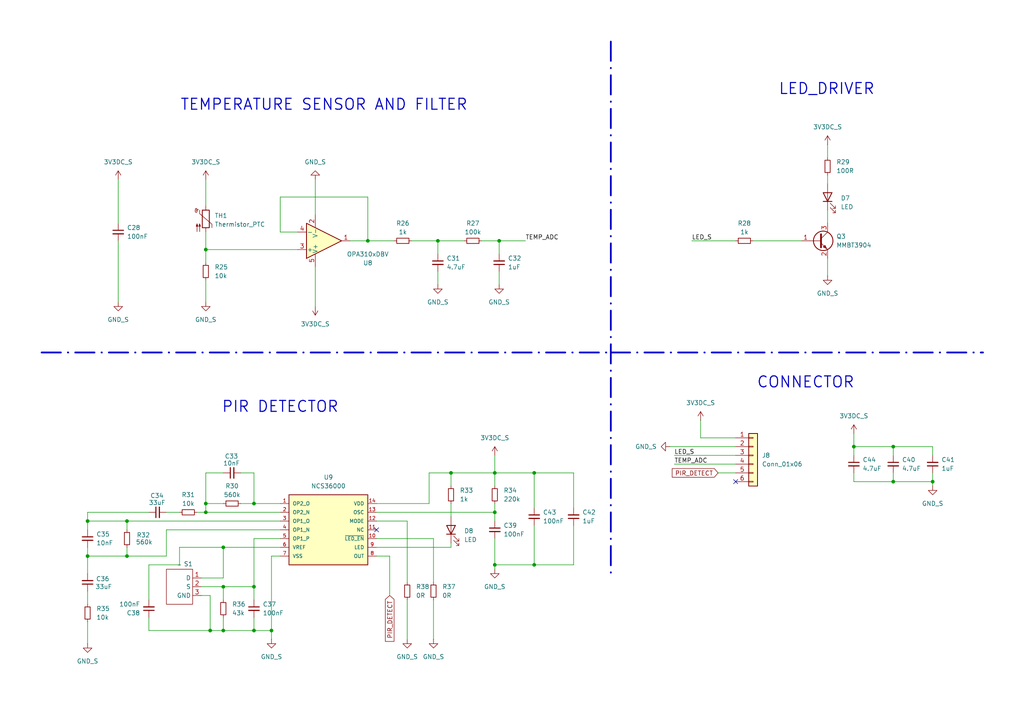
<source format=kicad_sch>
(kicad_sch (version 20250114) (generator "eeschema") (generator_version "9.0")
  (paper "A4")
  (title_block (title "Sensor Board") (date "2025-03-26") (comment 3 "Yusuf Karabocek") (comment 4 "Designed by"))
  (lib_symbols
    (symbol "Amplifier_Operational:OPA310xDBV" (pin_names (offset 0.127))
      (property "Reference" "U" (at 0 5.08 0))
      (property "Value" "OPA310xDBV" (at 0 -5.08 0))
      (symbol "OPA310xDBV_0_1"
        (polyline (pts (xy -5.08 5.08) (xy 5.08 0) (xy -5.08 -5.08) (xy -5.08 5.08)) (stroke (width 0.254)) (fill (type background)))
        (pin power_in line (at -2.54 7.62 270) (length 3.81) (name "V+") (number "5"))
        (pin power_in line (at -2.54 -7.62 90) (length 3.81) (name "V-") (number "2"))
      )
      (symbol "OPA310xDBV_1_1"
        (pin input line (at -7.62 2.54 0) (length 2.54) (name "+") (number "3"))
        (pin input line (at -7.62 -2.54 0) (length 2.54) (name "-") (number "4"))
        (pin output line (at 7.62 0 180) (length 2.54) (name "~") (number "1"))
      )
    )
    (symbol "Connector_Generic:Conn_01x06" (pin_names (offset 1.016) (hide yes))
      (property "Reference" "J" (at 0 7.62 0))
      (property "Value" "Conn_01x06" (at 0 -10.16 0))
      (symbol "Conn_01x06_1_1"
        (rectangle (start -1.27 6.35) (end 1.27 -8.89) (stroke (width 0.254)) (fill (type background)))
        (rectangle (start -1.27 5.207) (end 0 4.953) (stroke (width 0.1524)))
        (rectangle (start -1.27 2.667) (end 0 2.413) (stroke (width 0.1524)))
        (rectangle (start -1.27 0.127) (end 0 -0.127) (stroke (width 0.1524)))
        (rectangle (start -1.27 -2.413) (end 0 -2.667) (stroke (width 0.1524)))
        (rectangle (start -1.27 -4.953) (end 0 -5.207) (stroke (width 0.1524)))
        (rectangle (start -1.27 -7.493) (end 0 -7.747) (stroke (width 0.1524)))
        (pin passive line (at -5.08 5.08 0) (length 3.81) (name "Pin_1") (number "1"))
        (pin passive line (at -5.08 2.54 0) (length 3.81) (name "Pin_2") (number "2"))
        (pin passive line (at -5.08 0 0) (length 3.81) (name "Pin_3") (number "3"))
        (pin passive line (at -5.08 -2.54 0) (length 3.81) (name "Pin_4") (number "4"))
        (pin passive line (at -5.08 -5.08 0) (length 3.81) (name "Pin_5") (number "5"))
        (pin passive line (at -5.08 -7.62 0) (length 3.81) (name "Pin_6") (number "6"))
      )
    )
    (symbol "Device:C_Small" (pin_numbers (hide yes)) (pin_names (offset 0.254) (hide yes))
      (property "Reference" "C" (at 0.254 1.778 0))
      (property "Value" "C_Small" (at 0.254 -2.032 0))
      (symbol "C_Small_0_1"
        (polyline (pts (xy -1.524 0.508) (xy 1.524 0.508)) (stroke (width 0.3048)))
        (polyline (pts (xy -1.524 -0.508) (xy 1.524 -0.508)) (stroke (width 0.3302)))
      )
      (symbol "C_Small_1_1"
        (pin passive line (at 0 2.54 270) (length 2.032) (name "~") (number "1"))
        (pin passive line (at 0 -2.54 90) (length 2.032) (name "~") (number "2"))
      )
    )
    (symbol "Device:LED" (pin_numbers (hide yes)) (pin_names (offset 1.016) (hide yes))
      (property "Reference" "D" (at 0 2.54 0))
      (property "Value" "LED" (at 0 -2.54 0))
      (symbol "LED_0_1"
        (polyline (pts (xy -3.048 -0.762) (xy -4.572 -2.286) (xy -3.81 -2.286) (xy -4.572 -2.286) (xy -4.572 -1.524)))
        (polyline (pts (xy -1.778 -0.762) (xy -3.302 -2.286) (xy -2.54 -2.286) (xy -3.302 -2.286) (xy -3.302 -1.524)))
        (polyline (pts (xy -1.27 0) (xy 1.27 0)))
        (polyline (pts (xy -1.27 -1.27) (xy -1.27 1.27)) (stroke (width 0.254)))
        (polyline (pts (xy 1.27 -1.27) (xy 1.27 1.27) (xy -1.27 0) (xy 1.27 -1.27)) (stroke (width 0.254)))
      )
      (symbol "LED_1_1"
        (pin passive line (at -3.81 0 0) (length 2.54) (name "K") (number "1"))
        (pin passive line (at 3.81 0 180) (length 2.54) (name "A") (number "2"))
      )
    )
    (symbol "Device:R_Small" (pin_numbers (hide yes)) (pin_names (offset 0.254) (hide yes))
      (property "Reference" "R" (at 0.762 0.508 0))
      (property "Value" "R_Small" (at 0.762 -1.016 0))
      (symbol "R_Small_0_1"
        (rectangle (start -0.762 1.778) (end 0.762 -1.778) (stroke (width 0.2032)))
      )
      (symbol "R_Small_1_1"
        (pin passive line (at 0 2.54 270) (length 0.762) (name "~") (number "1"))
        (pin passive line (at 0 -2.54 90) (length 0.762) (name "~") (number "2"))
      )
    )
    (symbol "Device:Thermistor_PTC" (pin_numbers (hide yes)) (pin_names (offset 0))
      (property "Reference" "TH" (at -4.064 0 90))
      (property "Value" "Thermistor_PTC" (at 3.048 0 90))
      (symbol "Thermistor_PTC_0_1"
        (arc (start -3.175 2.413) (mid -3.0506 2.3165) (end -3.048 2.159))
        (arc (start -3.048 2.794) (mid -2.9736 2.9736) (end -2.794 3.048))
        (arc (start -2.794 3.048) (mid -2.6144 2.9736) (end -2.54 2.794))
        (arc (start -2.794 2.54) (mid -2.9736 2.6144) (end -3.048 2.794))
        (arc (start -2.794 1.905) (mid -2.9736 1.9794) (end -3.048 2.159))
        (arc (start -2.54 2.159) (mid -2.6144 1.9794) (end -2.794 1.905))
        (arc (start -2.159 2.794) (mid -2.434 2.5608) (end -2.794 2.54))
        (polyline (pts (xy -2.54 2.159) (xy -2.54 2.794)))
        (polyline (pts (xy -2.54 -3.683) (xy -2.54 -1.397) (xy -2.794 -2.159) (xy -2.286 -2.159) (xy -2.54 -1.397) (xy -2.54 -1.651)) (fill (type outline)))
        (polyline (pts (xy -1.778 2.54) (xy -1.778 1.524) (xy 1.778 -1.524) (xy 1.778 -2.54)))
        (polyline (pts (xy -1.778 -3.683) (xy -1.778 -1.397) (xy -2.032 -2.159) (xy -1.524 -2.159) (xy -1.778 -1.397) (xy -1.778 -1.651)) (fill (type outline)))
        (rectangle (start -1.016 2.54) (end 1.016 -2.54) (stroke (width 0.254)))
      )
      (symbol "Thermistor_PTC_1_1"
        (pin passive line (at 0 3.81 270) (length 1.27) (name "~") (number "1"))
        (pin passive line (at 0 -3.81 90) (length 1.27) (name "~") (number "2"))
      )
    )
    (symbol "My_Library:LHI_878/3902"
      (property "Reference" "S?" (at 1.016 1.27 0))
      (symbol "LHI_878/3902_0_1"
        (rectangle (start 0 0) (end 7.62 -10.16))
      )
      (symbol "LHI_878/3902_1_1"
        (pin passive line (at 10.16 -2.54 180) (length 2.54) (name "D") (number "1"))
        (pin passive line (at 10.16 -5.08 180) (length 2.54) (name "S") (number "2"))
        (pin passive line (at 10.16 -7.62 180) (length 2.54) (name "GND") (number "3"))
      )
    )
    (symbol "NCS36000:NCS36000" (pin_names (offset 1.016))
      (property "Reference" "U" (at -12.7 10.414 0))
      (property "Value" "NCS36000" (at -12.7 -10.414 0))
      (symbol "NCS36000_0_0"
        (rectangle (start -12.7 -10.16) (end 10.16 10.16) (stroke (width 0.254)) (fill (type background)))
        (pin bidirectional line (at -15.24 7.62 0) (length 2.54) (name "OP2_O") (number "1"))
        (pin bidirectional line (at -15.24 5.08 0) (length 2.54) (name "OP2_N") (number "2"))
        (pin bidirectional line (at -15.24 2.54 0) (length 2.54) (name "OP1_O") (number "3"))
        (pin bidirectional line (at -15.24 0 0) (length 2.54) (name "OP1_N") (number "4"))
        (pin bidirectional line (at -15.24 -2.54 0) (length 2.54) (name "OP1_P") (number "5"))
        (pin bidirectional line (at -15.24 -5.08 0) (length 2.54) (name "VREF") (number "6"))
        (pin bidirectional line (at -15.24 -7.62 0) (length 2.54) (name "VSS") (number "7"))
        (pin bidirectional line (at 12.7 7.62 180) (length 2.54) (name "VDD") (number "14"))
        (pin bidirectional line (at 12.7 5.08 180) (length 2.54) (name "OSC") (number "13"))
        (pin bidirectional line (at 12.7 2.54 180) (length 2.54) (name "MODE") (number "12"))
        (pin bidirectional line (at 12.7 0 180) (length 2.54) (name "NC") (number "11"))
        (pin bidirectional line (at 12.7 -2.54 180) (length 2.54) (name "~{LED_EN}") (number "10"))
        (pin bidirectional line (at 12.7 -5.08 180) (length 2.54) (name "LED") (number "9"))
        (pin bidirectional line (at 12.7 -7.62 180) (length 2.54) (name "OUT") (number "8"))
      )
    )
    (symbol "Transistor_BJT:MMBT3904" (pin_names (offset 0) (hide yes))
      (property "Reference" "Q" (at 5.08 1.905 0))
      (property "Value" "MMBT3904" (at 5.08 0 0))
      (symbol "MMBT3904_0_1"
        (polyline (pts (xy -2.54 0) (xy 0.635 0)))
        (polyline (pts (xy 0.635 1.905) (xy 0.635 -1.905)) (stroke (width 0.508)))
        (circle (center 1.27 0) (radius 2.8194) (stroke (width 0.254)))
      )
      (symbol "MMBT3904_1_1"
        (polyline (pts (xy 0.635 0.635) (xy 2.54 2.54)))
        (polyline (pts (xy 0.635 -0.635) (xy 2.54 -2.54)))
        (polyline (pts (xy 1.27 -1.778) (xy 1.778 -1.27) (xy 2.286 -2.286) (xy 1.27 -1.778)) (fill (type outline)))
        (pin input line (at -5.08 0 0) (length 2.54) (name "B") (number "1"))
        (pin passive line (at 2.54 5.08 270) (length 2.54) (name "C") (number "3"))
        (pin passive line (at 2.54 -5.08 90) (length 2.54) (name "E") (number "2"))
      )
    )
    (symbol "power:GND" (power) (pin_numbers (hide yes)) (pin_names (offset 0) (hide yes))
      (property "Value" "GND" (at 0 -3.81 0))
      (symbol "GND_0_1"
        (polyline (pts (xy 0 0) (xy 0 -1.27) (xy 1.27 -1.27) (xy 0 -2.54) (xy -1.27 -1.27) (xy 0 -1.27)))
      )
      (symbol "GND_1_1"
        (pin power_in line (at 0 0 270) (length 0) (name "~") (number "1"))
      )
    )
    (symbol "power:VCC" (power) (pin_numbers (hide yes)) (pin_names (offset 0) (hide yes))
      (property "Value" "VCC" (at 0 3.556 0))
      (symbol "VCC_0_1"
        (polyline (pts (xy -0.762 1.27) (xy 0 2.54)))
        (polyline (pts (xy 0 2.54) (xy 0.762 1.27)))
        (polyline (pts (xy 0 0) (xy 0 2.54)))
      )
      (symbol "VCC_1_1"
        (pin power_in line (at 0 0 90) (length 0) (name "~") (number "1"))
      )
    )
  )
  (text "CONNECTOR" (at 233.68 110.998 0) (effects (font (size 3.175 3.175) (thickness 0.3175))))
  (text "TEMPERATURE SENSOR AND FILTER\n" (at 93.98 30.48 0) (effects (font (size 3.175 3.175) (thickness 0.3175))))
  (text "LED_DRIVER\n" (at 239.776 25.908 0) (effects (font (size 3.175 3.175) (thickness 0.3175))))
  (text "PIR DETECTOR" (at 81.28 118.11 0) (effects (font (size 3.175 3.175) (thickness 0.3175))))
  (junction (at 73.66 146.05))
  (junction (at 73.66 182.88))
  (junction (at 143.51 137.16))
  (junction (at 36.83 151.13))
  (junction (at 73.66 170.18))
  (junction (at 64.77 170.18))
  (junction (at 259.08 129.54))
  (junction (at 106.68 69.85))
  (junction (at 270.51 139.7))
  (junction (at 144.78 69.85))
  (junction (at 259.08 139.7))
  (junction (at 59.69 72.39))
  (junction (at 143.51 163.83))
  (junction (at 154.94 137.16))
  (junction (at 60.96 182.88))
  (junction (at 64.77 182.88))
  (junction (at 59.69 146.05))
  (junction (at 64.77 158.75))
  (junction (at 143.51 148.59))
  (junction (at 127 69.85))
  (junction (at 154.94 163.83))
  (junction (at 36.83 161.29))
  (junction (at 78.74 182.88))
  (junction (at 59.69 148.59))
  (junction (at 247.65 129.54))
  (junction (at 25.4 151.13))
  (junction (at 130.81 137.16))
  (junction (at 25.4 161.29))
  (no_connect (at 213.36 139.7))
  (no_connect (at 109.22 153.67))
  (wire (pts (xy 106.68 57.15) (xy 106.68 69.85)))
  (wire (pts (xy 81.28 158.75) (xy 64.77 158.75)))
  (polyline (pts (xy 177.165 12.065) (xy 177.165 166.37)) (stroke (width 0.508) (type dash_dot)))
  (wire (pts (xy 59.69 52.07) (xy 59.69 59.69)))
  (wire (pts (xy 143.51 148.59) (xy 143.51 151.13)))
  (wire (pts (xy 64.77 158.75) (xy 52.07 158.75)))
  (wire (pts (xy 25.4 180.34) (xy 25.4 186.69)))
  (wire (pts (xy 154.94 137.16) (xy 143.51 137.16)))
  (wire (pts (xy 124.46 137.16) (xy 130.81 137.16)))
  (wire (pts (xy 43.18 163.83) (xy 43.18 173.99)))
  (wire (pts (xy 270.51 139.7) (xy 270.51 137.16)))
  (wire (pts (xy 143.51 137.16) (xy 143.51 140.97)))
  (wire (pts (xy 200.66 69.85) (xy 213.36 69.85)))
  (wire (pts (xy 81.28 57.15) (xy 106.68 57.15)))
  (wire (pts (xy 247.65 129.54) (xy 247.65 132.08)))
  (wire (pts (xy 119.38 69.85) (xy 127 69.85)))
  (wire (pts (xy 59.69 72.39) (xy 59.69 76.2)))
  (wire (pts (xy 114.3 69.85) (xy 106.68 69.85)))
  (wire (pts (xy 109.22 161.29) (xy 113.03 161.29)))
  (wire (pts (xy 25.4 166.37) (xy 25.4 161.29)))
  (wire (pts (xy 25.4 158.75) (xy 25.4 161.29)))
  (wire (pts (xy 43.18 179.07) (xy 43.18 182.88)))
  (wire (pts (xy 143.51 163.83) (xy 143.51 165.1)))
  (wire (pts (xy 154.94 152.4) (xy 154.94 163.83)))
  (wire (pts (xy 25.4 161.29) (xy 36.83 161.29)))
  (wire (pts (xy 58.42 167.64) (xy 64.77 167.64)))
  (wire (pts (xy 64.77 182.88) (xy 73.66 182.88)))
  (wire (pts (xy 130.81 146.05) (xy 130.81 149.86)))
  (wire (pts (xy 247.65 137.16) (xy 247.65 139.7)))
  (wire (pts (xy 203.2 127) (xy 213.36 127)))
  (wire (pts (xy 127 78.74) (xy 127 82.55)))
  (wire (pts (xy 240.03 41.91) (xy 240.03 45.72)))
  (wire (pts (xy 81.28 153.67) (xy 48.26 153.67)))
  (wire (pts (xy 270.51 129.54) (xy 259.08 129.54)))
  (wire (pts (xy 59.69 148.59) (xy 81.28 148.59)))
  (wire (pts (xy 73.66 182.88) (xy 78.74 182.88)))
  (wire (pts (xy 113.03 161.29) (xy 113.03 172.72)))
  (wire (pts (xy 69.85 146.05) (xy 73.66 146.05)))
  (wire (pts (xy 166.37 137.16) (xy 154.94 137.16)))
  (wire (pts (xy 144.78 69.85) (xy 144.78 73.66)))
  (wire (pts (xy 144.78 78.74) (xy 144.78 82.55)))
  (wire (pts (xy 109.22 146.05) (xy 124.46 146.05)))
  (wire (pts (xy 48.26 148.59) (xy 52.07 148.59)))
  (wire (pts (xy 25.4 151.13) (xy 25.4 153.67)))
  (wire (pts (xy 109.22 158.75) (xy 130.81 158.75)))
  (wire (pts (xy 203.2 121.92) (xy 203.2 127)))
  (wire (pts (xy 64.77 179.07) (xy 64.77 182.88)))
  (wire (pts (xy 139.7 69.85) (xy 144.78 69.85)))
  (wire (pts (xy 270.51 140.97) (xy 270.51 139.7)))
  (wire (pts (xy 247.65 139.7) (xy 259.08 139.7)))
  (wire (pts (xy 125.73 173.99) (xy 125.73 185.42)))
  (wire (pts (xy 34.29 87.63) (xy 34.29 69.85)))
  (wire (pts (xy 81.28 151.13) (xy 36.83 151.13)))
  (wire (pts (xy 270.51 132.08) (xy 270.51 129.54)))
  (wire (pts (xy 143.51 148.59) (xy 143.51 146.05)))
  (wire (pts (xy 91.44 52.07) (xy 91.44 62.23)))
  (wire (pts (xy 130.81 158.75) (xy 130.81 157.48)))
  (wire (pts (xy 43.18 182.88) (xy 60.96 182.88)))
  (wire (pts (xy 109.22 151.13) (xy 118.11 151.13)))
  (wire (pts (xy 91.44 88.9) (xy 91.44 77.47)))
  (wire (pts (xy 127 69.85) (xy 134.62 69.85)))
  (wire (pts (xy 143.51 132.08) (xy 143.51 137.16)))
  (wire (pts (xy 81.28 156.21) (xy 73.66 156.21)))
  (wire (pts (xy 59.69 146.05) (xy 59.69 148.59)))
  (wire (pts (xy 259.08 132.08) (xy 259.08 129.54)))
  (wire (pts (xy 130.81 137.16) (xy 143.51 137.16)))
  (wire (pts (xy 195.58 134.62) (xy 213.36 134.62)))
  (wire (pts (xy 34.29 64.77) (xy 34.29 52.07)))
  (wire (pts (xy 154.94 147.32) (xy 154.94 137.16)))
  (wire (pts (xy 143.51 148.59) (xy 109.22 148.59)))
  (wire (pts (xy 240.03 60.96) (xy 240.03 64.77)))
  (wire (pts (xy 166.37 147.32) (xy 166.37 137.16)))
  (wire (pts (xy 25.4 148.59) (xy 25.4 151.13)))
  (wire (pts (xy 52.07 158.75) (xy 52.07 163.83)))
  (wire (pts (xy 36.83 161.29) (xy 36.83 158.75)))
  (wire (pts (xy 73.66 137.16) (xy 73.66 146.05)))
  (wire (pts (xy 208.28 137.16) (xy 213.36 137.16)))
  (wire (pts (xy 240.03 50.8) (xy 240.03 53.34)))
  (wire (pts (xy 59.69 87.63) (xy 59.69 81.28)))
  (wire (pts (xy 58.42 170.18) (xy 64.77 170.18)))
  (wire (pts (xy 125.73 156.21) (xy 125.73 168.91)))
  (wire (pts (xy 195.58 132.08) (xy 213.36 132.08)))
  (polyline (pts (xy 12.065 102.235) (xy 177.165 102.235)) (stroke (width 0.508) (type dash_dot)))
  (polyline (pts (xy 177.165 102.235) (xy 285.115 102.235)) (stroke (width 0.508) (type dash_dot)))
  (wire (pts (xy 48.26 153.67) (xy 48.26 161.29)))
  (wire (pts (xy 154.94 163.83) (xy 143.51 163.83)))
  (wire (pts (xy 69.85 137.16) (xy 73.66 137.16)))
  (wire (pts (xy 43.18 148.59) (xy 25.4 148.59)))
  (wire (pts (xy 73.66 170.18) (xy 73.66 173.99)))
  (wire (pts (xy 59.69 146.05) (xy 59.69 137.16)))
  (wire (pts (xy 25.4 151.13) (xy 36.83 151.13)))
  (wire (pts (xy 127 69.85) (xy 127 73.66)))
  (wire (pts (xy 143.51 156.21) (xy 143.51 163.83)))
  (wire (pts (xy 86.36 67.31) (xy 81.28 67.31)))
  (wire (pts (xy 73.66 146.05) (xy 81.28 146.05)))
  (wire (pts (xy 118.11 185.42) (xy 118.11 173.99)))
  (wire (pts (xy 259.08 139.7) (xy 270.51 139.7)))
  (wire (pts (xy 52.07 163.83) (xy 43.18 163.83)))
  (wire (pts (xy 57.15 148.59) (xy 59.69 148.59)))
  (wire (pts (xy 194.31 129.54) (xy 213.36 129.54)))
  (wire (pts (xy 106.68 69.85) (xy 101.6 69.85)))
  (wire (pts (xy 59.69 67.31) (xy 59.69 72.39)))
  (wire (pts (xy 130.81 140.97) (xy 130.81 137.16)))
  (wire (pts (xy 81.28 161.29) (xy 78.74 161.29)))
  (wire (pts (xy 64.77 167.64) (xy 64.77 158.75)))
  (wire (pts (xy 36.83 151.13) (xy 36.83 153.67)))
  (wire (pts (xy 64.77 146.05) (xy 59.69 146.05)))
  (wire (pts (xy 118.11 151.13) (xy 118.11 168.91)))
  (wire (pts (xy 247.65 125.73) (xy 247.65 129.54)))
  (wire (pts (xy 144.78 69.85) (xy 152.4 69.85)))
  (wire (pts (xy 48.26 161.29) (xy 36.83 161.29)))
  (wire (pts (xy 81.28 67.31) (xy 81.28 57.15)))
  (wire (pts (xy 25.4 175.26) (xy 25.4 171.45)))
  (wire (pts (xy 78.74 182.88) (xy 78.74 185.42)))
  (wire (pts (xy 58.42 172.72) (xy 60.96 172.72)))
  (wire (pts (xy 166.37 152.4) (xy 166.37 163.83)))
  (wire (pts (xy 64.77 170.18) (xy 73.66 170.18)))
  (wire (pts (xy 218.44 69.85) (xy 232.41 69.85)))
  (wire (pts (xy 59.69 137.16) (xy 64.77 137.16)))
  (wire (pts (xy 60.96 172.72) (xy 60.96 182.88)))
  (wire (pts (xy 109.22 156.21) (xy 125.73 156.21)))
  (wire (pts (xy 78.74 161.29) (xy 78.74 182.88)))
  (wire (pts (xy 73.66 179.07) (xy 73.66 182.88)))
  (wire (pts (xy 166.37 163.83) (xy 154.94 163.83)))
  (wire (pts (xy 60.96 182.88) (xy 64.77 182.88)))
  (wire (pts (xy 259.08 129.54) (xy 247.65 129.54)))
  (wire (pts (xy 124.46 146.05) (xy 124.46 137.16)))
  (wire (pts (xy 64.77 173.99) (xy 64.77 170.18)))
  (wire (pts (xy 240.03 80.01) (xy 240.03 74.93)))
  (wire (pts (xy 259.08 137.16) (xy 259.08 139.7)))
  (wire (pts (xy 59.69 72.39) (xy 86.36 72.39)))
  (wire (pts (xy 73.66 156.21) (xy 73.66 170.18)))
  (label "LED_S" (at 200.66 69.85 0))
  (label "TEMP_ADC" (at 195.58 134.62 0))
  (label "TEMP_ADC" (at 152.4 69.85 0))
  (label "LED_S" (at 195.58 132.08 0))
  (global_label "PIR_DETECT" (shape input) (at 113.03 172.72 270) (property "Intersheetrefs" "${INTERSHEET_REFS}" (effects (hide yes))))
  (global_label "PIR_DETECT" (shape input) (at 208.28 137.16 180) (property "Intersheetrefs" "${INTERSHEET_REFS}" (effects (hide yes))))
  (symbol (lib_id "Device:C_Small") (at 247.65 134.62 0) (unit 1)
    (property "Reference" "C44" (at 250.19 133.3562 0) (effects (justify left)))
    (property "Value" "4.7uF" (at 250.19 135.8962 0) (effects (justify left)))
    (property "Footprint" "Capacitor_SMD:C_0805_2012Metric" (effects (hide yes)))
    (property "Description" "Unpolarized capacitor, small symbol" (effects (hide yes)))
  )
  (symbol (lib_id "Device:R_Small") (at 64.77 176.53 180) (unit 1)
    (property "Reference" "R36" (at 67.31 175.2599 0) (effects (justify right)))
    (property "Value" "43k" (at 67.31 177.7999 0) (effects (justify right)))
    (property "Footprint" "Resistor_SMD:R_0603_1608Metric" (effects (hide yes)))
    (property "Description" "Resistor, small symbol" (effects (hide yes)))
  )
  (symbol (lib_id "Device:R_Small") (at 240.03 48.26 180) (unit 1)
    (property "Reference" "R29" (at 242.57 46.9899 0) (effects (justify right)))
    (property "Value" "100R" (at 242.57 49.5299 0) (effects (justify right)))
    (property "Footprint" "Resistor_SMD:R_0603_1608Metric" (effects (hide yes)))
    (property "Description" "Resistor, small symbol" (effects (hide yes)))
  )
  (symbol (lib_id "power:GND") (at 270.51 140.97 0) (unit 1)
    (property "Reference" "#PWR075" (effects (hide yes)))
    (property "Value" "GND_S" (at 270.51 146.05 0))
    (property "Description" "Power symbol creates a global label with name \"GND\" , ground" (effects (hide yes)))
  )
  (symbol (lib_id "Device:C_Small") (at 34.29 67.31 0) (unit 1)
    (property "Reference" "C28" (at 36.83 66.0462 0) (effects (justify left)))
    (property "Value" "100nF" (at 36.83 68.5862 0) (effects (justify left)))
    (property "Footprint" "Capacitor_SMD:C_0603_1608Metric" (effects (hide yes)))
    (property "Description" "Unpolarized capacitor, small symbol" (effects (hide yes)))
  )
  (symbol (lib_id "Device:C_Small") (at 43.18 176.53 180) (unit 1)
    (property "Reference" "C38" (at 40.64 177.7938 0) (effects (justify left)))
    (property "Value" "100nF" (at 40.64 175.2538 0) (effects (justify left)))
    (property "Footprint" "Capacitor_SMD:C_0603_1608Metric" (effects (hide yes)))
    (property "Description" "Unpolarized capacitor, small symbol" (effects (hide yes)))
  )
  (symbol (lib_id "power:GND") (at 78.74 185.42 0) (unit 1)
    (property "Reference" "#PWR068" (effects (hide yes)))
    (property "Value" "GND_S" (at 78.74 190.5 0))
    (property "Description" "Power symbol creates a global label with name \"GND\" , ground" (effects (hide yes)))
  )
  (symbol (lib_id "power:VCC") (at 203.2 121.92 0) (unit 1)
    (property "Reference" "#PWR067" (effects (hide yes)))
    (property "Value" "3V3DC_S" (at 203.2 116.84 0))
    (property "Description" "Power symbol creates a global label with name \"VCC\"" (effects (hide yes)))
  )
  (symbol (lib_id "Device:R_Small") (at 25.4 177.8 0) (unit 1)
    (property "Reference" "R35" (at 27.94 176.5299 0) (effects (justify left)))
    (property "Value" "10k" (at 27.94 179.0699 0) (effects (justify left)))
    (property "Footprint" "Resistor_SMD:R_0603_1608Metric" (effects (hide yes)))
    (property "Description" "Resistor, small symbol" (effects (hide yes)))
  )
  (symbol (lib_id "power:VCC") (at 240.03 41.91 0) (unit 1)
    (property "Reference" "#PWR065" (effects (hide yes)))
    (property "Value" "3V3DC_S" (at 240.03 36.83 0))
    (property "Description" "Power symbol creates a global label with name \"VCC\"" (effects (hide yes)))
  )
  (symbol (lib_id "Device:R_Small") (at 54.61 148.59 270) (unit 1)
    (property "Reference" "R31" (at 54.61 143.51 90))
    (property "Value" "10k" (at 54.61 146.05 90))
    (property "Footprint" "Resistor_SMD:R_0603_1608Metric" (effects (hide yes)))
    (property "Description" "Resistor, small symbol" (effects (hide yes)))
  )
  (symbol (lib_id "power:VCC") (at 247.65 125.73 0) (unit 1)
    (property "Reference" "#PWR074" (effects (hide yes)))
    (property "Value" "3V3DC_S" (at 247.65 120.65 0))
    (property "Description" "Power symbol creates a global label with name \"VCC\"" (effects (hide yes)))
  )
  (symbol (lib_id "Device:C_Small") (at 67.31 137.16 90) (unit 1)
    (property "Reference" "C33" (at 69.088 132.334 90) (effects (justify left)))
    (property "Value" "10nF" (at 69.596 134.366 90) (effects (justify left)))
    (property "Footprint" "Capacitor_SMD:C_0603_1608Metric" (effects (hide yes)))
    (property "Description" "Unpolarized capacitor, small symbol" (effects (hide yes)))
  )
  (symbol (lib_id "NCS36000:NCS36000") (at 96.52 153.67 0) (unit 1)
    (property "Reference" "U9" (at 95.25 138.43 0))
    (property "Value" "NCS36000" (at 95.25 140.97 0))
    (property "Footprint" "NCS36000:SO14" (effects (hide yes)))
    (property "MF" "ON Semiconductor" (effects (hide yes)))
    (property "Description_1" "IC PIR DETECTOR CTLR 14SOIC" (effects (hide yes)))
    (property "Package" "SOIC-14 ON Semiconductor" (effects (hide yes)))
    (property "Price" "None" (effects (hide yes)))
    (property "PROD_ID" "IC-13432" (effects (hide yes)))
    (property "SnapEDA_Link" "https://www.snapeda.com/parts/NCS36000/Onsemi/view-part/?ref=snap" (effects (hide yes)))
    (property "MP" "NCS36000" (effects (hide yes)))
    (property "Availability" "Not in stock" (effects (hide yes)))
    (property "Check_prices" "https://www.snapeda.com/parts/NCS36000/Onsemi/view-part/?ref=eda" (effects (hide yes)))
  )
  (symbol (lib_id "Device:C_Small") (at 270.51 134.62 180) (unit 1)
    (property "Reference" "C41" (at 273.05 133.3435 0) (effects (justify right)))
    (property "Value" "1uF" (at 273.05 135.8835 0) (effects (justify right)))
    (property "Footprint" "Capacitor_SMD:C_0805_2012Metric" (effects (hide yes)))
    (property "Description" "Unpolarized capacitor, small symbol" (effects (hide yes)))
  )
  (symbol (lib_id "Device:R_Small") (at 67.31 146.05 270) (unit 1)
    (property "Reference" "R30" (at 67.31 140.97 90))
    (property "Value" "560k" (at 67.31 143.51 90))
    (property "Footprint" "Resistor_SMD:R_0603_1608Metric" (effects (hide yes)))
    (property "Description" "Resistor, small symbol" (effects (hide yes)))
  )
  (symbol (lib_id "Transistor_BJT:MMBT3904") (at 237.49 69.85 0) (unit 1)
    (property "Reference" "Q3" (at 242.57 68.5799 0) (effects (justify left)))
    (property "Value" "MMBT3904" (at 242.57 71.1199 0) (effects (justify left)))
    (property "Footprint" "Package_TO_SOT_SMD:SOT-23" (effects (hide yes)))
    (property "Datasheet" "https://www.onsemi.com/pdf/datasheet/pzt3904-d.pdf" (effects (hide yes)))
    (property "Description" "0.2A Ic, 40V Vce, Small Signal NPN Transistor, SOT-23" (effects (hide yes)))
  )
  (symbol (lib_id "Device:R_Small") (at 116.84 69.85 270) (unit 1)
    (property "Reference" "R26" (at 116.84 64.77 90))
    (property "Value" "1k" (at 116.84 67.31 90))
    (property "Footprint" "Resistor_SMD:R_0603_1608Metric" (effects (hide yes)))
    (property "Description" "Resistor, small symbol" (effects (hide yes)))
  )
  (symbol (lib_id "Device:C_Small") (at 25.4 156.21 0) (unit 1)
    (property "Reference" "C35" (at 27.94 154.9462 0) (effects (justify left)))
    (property "Value" "10nF" (at 27.94 157.4862 0) (effects (justify left)))
    (property "Footprint" "Capacitor_SMD:C_0603_1608Metric" (effects (hide yes)))
    (property "Description" "Unpolarized capacitor, small symbol" (effects (hide yes)))
  )
  (symbol (lib_id "Device:LED") (at 240.03 57.15 90) (unit 1)
    (property "Reference" "D7" (at 243.84 57.4674 90) (effects (justify right)))
    (property "Value" "LED" (at 243.84 60.0074 90) (effects (justify right)))
    (property "Footprint" "LED_SMD:LED_0805_2012Metric" (effects (hide yes)))
    (property "Description" "Light emitting diode" (effects (hide yes)))
    (property "Sim.Pins" "1=K 2=A" (effects (hide yes)))
  )
  (symbol (lib_id "Device:C_Small") (at 73.66 176.53 0) (unit 1)
    (property "Reference" "C37" (at 76.2 175.2662 0) (effects (justify left)))
    (property "Value" "100nF" (at 76.2 177.8062 0) (effects (justify left)))
    (property "Footprint" "Capacitor_SMD:C_0603_1608Metric" (effects (hide yes)))
    (property "Description" "Unpolarized capacitor, small symbol" (effects (hide yes)))
  )
  (symbol (lib_id "power:VCC") (at 91.44 88.9 180) (unit 1)
    (property "Reference" "#PWR059" (effects (hide yes)))
    (property "Value" "3V3DC_S" (at 91.44 93.98 0))
    (property "Description" "Power symbol creates a global label with name \"VCC\"" (effects (hide yes)))
  )
  (symbol (lib_id "Device:R_Small") (at 36.83 156.21 0) (mirror x) (unit 1)
    (property "Reference" "R32" (at 39.624 155.194 0) (effects (justify left)))
    (property "Value" "560k" (at 39.37 157.226 0) (effects (justify left)))
    (property "Footprint" "Resistor_SMD:R_0603_1608Metric" (effects (hide yes)))
    (property "Description" "Resistor, small symbol" (effects (hide yes)))
  )
  (symbol (lib_id "Device:R_Small") (at 118.11 171.45 0) (unit 1)
    (property "Reference" "R38" (at 120.65 170.1799 0) (effects (justify left)))
    (property "Value" "0R" (at 120.65 172.7199 0) (effects (justify left)))
    (property "Footprint" "Resistor_SMD:R_0603_1608Metric" (effects (hide yes)))
    (property "Description" "Resistor, small symbol" (effects (hide yes)))
  )
  (symbol (lib_id "Device:LED") (at 130.81 153.67 90) (unit 1)
    (property "Reference" "D8" (at 134.62 153.9874 90) (effects (justify right)))
    (property "Value" "LED" (at 134.62 156.5274 90) (effects (justify right)))
    (property "Footprint" "LED_SMD:LED_0805_2012Metric" (effects (hide yes)))
    (property "Description" "Light emitting diode" (effects (hide yes)))
    (property "Sim.Pins" "1=K 2=A" (effects (hide yes)))
  )
  (symbol (lib_id "Device:R_Small") (at 215.9 69.85 270) (unit 1)
    (property "Reference" "R28" (at 215.9 64.77 90))
    (property "Value" "1k" (at 215.9 67.31 90))
    (property "Footprint" "Resistor_SMD:R_0603_1608Metric" (effects (hide yes)))
    (property "Description" "Resistor, small symbol" (effects (hide yes)))
  )
  (symbol (lib_id "Device:R_Small") (at 143.51 143.51 0) (unit 1)
    (property "Reference" "R34" (at 146.05 142.2399 0) (effects (justify left)))
    (property "Value" "220k" (at 146.05 144.7799 0) (effects (justify left)))
    (property "Footprint" "Resistor_SMD:R_0603_1608Metric" (effects (hide yes)))
    (property "Description" "Resistor, small symbol" (effects (hide yes)))
  )
  (symbol (lib_id "power:VCC") (at 143.51 132.08 0) (unit 1)
    (property "Reference" "#PWR072" (effects (hide yes)))
    (property "Value" "3V3DC_S" (at 143.51 127 0))
    (property "Description" "Power symbol creates a global label with name \"VCC\"" (effects (hide yes)))
  )
  (symbol (lib_id "Device:R_Small") (at 130.81 143.51 0) (unit 1)
    (property "Reference" "R33" (at 133.35 142.2399 0) (effects (justify left)))
    (property "Value" "1k" (at 133.35 144.7799 0) (effects (justify left)))
    (property "Footprint" "Resistor_SMD:R_0603_1608Metric" (effects (hide yes)))
    (property "Description" "Resistor, small symbol" (effects (hide yes)))
  )
  (symbol (lib_id "power:GND") (at 194.31 129.54 270) (unit 1)
    (property "Reference" "#PWR073" (effects (hide yes)))
    (property "Value" "GND_S" (at 190.5 129.5399 90) (effects (justify right)))
    (property "Description" "Power symbol creates a global label with name \"GND\" , ground" (effects (hide yes)))
  )
  (symbol (lib_id "Device:C_Small") (at 45.72 148.59 90) (unit 1)
    (property "Reference" "C34" (at 47.498 143.764 90) (effects (justify left)))
    (property "Value" "33uF" (at 48.006 145.796 90) (effects (justify left)))
    (property "Footprint" "Capacitor_SMD:C_1206_3216Metric" (effects (hide yes)))
    (property "Description" "Unpolarized capacitor, small symbol" (effects (hide yes)))
  )
  (symbol (lib_id "Device:Thermistor_PTC") (at 59.69 63.5 0) (unit 1)
    (property "Reference" "TH1" (at 62.23 62.5474 0) (effects (justify left)))
    (property "Value" "Thermistor_PTC" (at 62.23 65.0874 0) (effects (justify left)))
    (property "Footprint" "Resistor_SMD:R_1206_3216Metric" (effects (hide yes)))
    (property "Description" "Temperature dependent resistor, positive temperature coefficient" (effects (hide yes)))
  )
  (symbol (lib_id "power:GND") (at 91.44 52.07 180) (unit 1)
    (property "Reference" "#PWR062" (effects (hide yes)))
    (property "Value" "GND_S" (at 91.44 46.99 0))
    (property "Description" "Power symbol creates a global label with name \"GND\" , ground" (effects (hide yes)))
  )
  (symbol (lib_id "Device:C_Small") (at 143.51 153.67 0) (unit 1)
    (property "Reference" "C39" (at 146.05 152.4062 0) (effects (justify left)))
    (property "Value" "100nF" (at 146.05 154.9462 0) (effects (justify left)))
    (property "Footprint" "Capacitor_SMD:C_0603_1608Metric" (effects (hide yes)))
    (property "Description" "Unpolarized capacitor, small symbol" (effects (hide yes)))
  )
  (symbol (lib_id "power:GND") (at 34.29 87.63 0) (unit 1)
    (property "Reference" "#PWR061" (effects (hide yes)))
    (property "Value" "GND_S" (at 34.29 92.71 0))
    (property "Description" "Power symbol creates a global label with name \"GND\" , ground" (effects (hide yes)))
  )
  (symbol (lib_id "My_Library:LHI_878/3902") (at 48.26 165.1 0) (unit 1)
    (property "Reference" "S1" (at 54.61 163.576 0))
    (property "Value" "~" (at 52.07 163.83 0))
    (property "Footprint" "TO5:TO5" (effects (hide yes)))
  )
  (symbol (lib_id "power:GND") (at 144.78 82.55 0) (unit 1)
    (property "Reference" "#PWR064" (effects (hide yes)))
    (property "Value" "GND_S" (at 144.78 87.63 0))
    (property "Description" "Power symbol creates a global label with name \"GND\" , ground" (effects (hide yes)))
  )
  (symbol (lib_id "Device:C_Small") (at 154.94 149.86 0) (unit 1)
    (property "Reference" "C43" (at 157.48 148.5962 0) (effects (justify left)))
    (property "Value" "100nF" (at 157.48 151.1362 0) (effects (justify left)))
    (property "Footprint" "Capacitor_SMD:C_0603_1608Metric" (effects (hide yes)))
    (property "Description" "Unpolarized capacitor, small symbol" (effects (hide yes)))
  )
  (symbol (lib_id "Device:C_Small") (at 127 76.2 0) (unit 1)
    (property "Reference" "C31" (at 129.54 74.9362 0) (effects (justify left)))
    (property "Value" "4.7uF" (at 129.54 77.4762 0) (effects (justify left)))
    (property "Footprint" "Capacitor_SMD:C_0805_2012Metric" (effects (hide yes)))
    (property "Description" "Unpolarized capacitor, small symbol" (effects (hide yes)))
  )
  (symbol (lib_id "Device:R_Small") (at 125.73 171.45 0) (unit 1)
    (property "Reference" "R37" (at 128.27 170.1799 0) (effects (justify left)))
    (property "Value" "0R" (at 128.27 172.7199 0) (effects (justify left)))
    (property "Footprint" "Resistor_SMD:R_0603_1608Metric" (effects (hide yes)))
    (property "Description" "Resistor, small symbol" (effects (hide yes)))
  )
  (symbol (lib_id "Device:C_Small") (at 259.08 134.62 0) (unit 1)
    (property "Reference" "C40" (at 261.62 133.3562 0) (effects (justify left)))
    (property "Value" "4.7uF" (at 261.62 135.8962 0) (effects (justify left)))
    (property "Footprint" "Capacitor_SMD:C_0805_2012Metric" (effects (hide yes)))
    (property "Description" "Unpolarized capacitor, small symbol" (effects (hide yes)))
  )
  (symbol (lib_id "Device:C_Small") (at 166.37 149.86 180) (unit 1)
    (property "Reference" "C42" (at 168.91 148.5835 0) (effects (justify right)))
    (property "Value" "1uF" (at 168.91 151.1235 0) (effects (justify right)))
    (property "Footprint" "Capacitor_SMD:C_0805_2012Metric" (effects (hide yes)))
    (property "Description" "Unpolarized capacitor, small symbol" (effects (hide yes)))
  )
  (symbol (lib_id "power:GND") (at 25.4 186.69 0) (unit 1)
    (property "Reference" "#GND_S01" (effects (hide yes)))
    (property "Value" "GND_S" (at 25.4 191.77 0))
    (property "Description" "Power symbol creates a global label with name \"GND\" , ground" (effects (hide yes)))
  )
  (symbol (lib_id "power:GND") (at 59.69 87.63 0) (unit 1)
    (property "Reference" "#PWR058" (effects (hide yes)))
    (property "Value" "GND_S" (at 59.69 92.71 0))
    (property "Description" "Power symbol creates a global label with name \"GND\" , ground" (effects (hide yes)))
  )
  (symbol (lib_id "power:GND") (at 143.51 165.1 0) (unit 1)
    (property "Reference" "#PWR070" (effects (hide yes)))
    (property "Value" "GND_S" (at 143.51 170.18 0))
    (property "Description" "Power symbol creates a global label with name \"GND\" , ground" (effects (hide yes)))
  )
  (symbol (lib_id "Connector_Generic:Conn_01x06") (at 218.44 132.08 0) (unit 1)
    (property "Reference" "J8" (at 220.98 132.0799 0) (effects (justify left)))
    (property "Value" "Conn_01x06" (at 220.98 134.6199 0) (effects (justify left)))
    (property "Footprint" "Connector_JST:JST_GH_SM06B-GHS-TB_1x06-1MP_P1.25mm_Horizontal" (effects (hide yes)))
    (property "Description" "Generic connector, single row, 01x06, script generated (kicad-library-utils/schlib/autogen/connector/)" (effects (hide yes)))
  )
  (symbol (lib_id "power:VCC") (at 59.69 52.07 0) (unit 1)
    (property "Reference" "#PWR057" (effects (hide yes)))
    (property "Value" "3V3DC_S" (at 59.69 46.99 0))
    (property "Description" "Power symbol creates a global label with name \"VCC\"" (effects (hide yes)))
  )
  (symbol (lib_id "power:GND") (at 127 82.55 0) (unit 1)
    (property "Reference" "#PWR063" (effects (hide yes)))
    (property "Value" "GND_S" (at 127 87.63 0))
    (property "Description" "Power symbol creates a global label with name \"GND\" , ground" (effects (hide yes)))
  )
  (symbol (lib_id "Device:R_Small") (at 59.69 78.74 180) (unit 1)
    (property "Reference" "R25" (at 62.23 77.4699 0) (effects (justify right)))
    (property "Value" "10k" (at 62.23 80.0099 0) (effects (justify right)))
    (property "Footprint" "Resistor_SMD:R_0603_1608Metric" (effects (hide yes)))
    (property "Description" "Resistor, small symbol" (effects (hide yes)))
  )
  (symbol (lib_id "Device:C_Small") (at 144.78 76.2 180) (unit 1)
    (property "Reference" "C32" (at 147.32 74.9235 0) (effects (justify right)))
    (property "Value" "1uF" (at 147.32 77.4635 0) (effects (justify right)))
    (property "Footprint" "Capacitor_SMD:C_0805_2012Metric" (effects (hide yes)))
    (property "Description" "Unpolarized capacitor, small symbol" (effects (hide yes)))
  )
  (symbol (lib_id "Device:R_Small") (at 137.16 69.85 270) (unit 1)
    (property "Reference" "R27" (at 137.16 64.77 90))
    (property "Value" "100k" (at 137.16 67.31 90))
    (property "Footprint" "Resistor_SMD:R_0603_1608Metric" (effects (hide yes)))
    (property "Description" "Resistor, small symbol" (effects (hide yes)))
  )
  (symbol (lib_id "power:GND") (at 118.11 185.42 0) (unit 1)
    (property "Reference" "#PWR071" (effects (hide yes)))
    (property "Value" "GND_S" (at 118.11 190.5 0))
    (property "Description" "Power symbol creates a global label with name \"GND\" , ground" (effects (hide yes)))
  )
  (symbol (lib_id "power:VCC") (at 34.29 52.07 0) (unit 1)
    (property "Reference" "#PWR060" (effects (hide yes)))
    (property "Value" "3V3DC_S" (at 34.29 46.99 0))
    (property "Description" "Power symbol creates a global label with name \"VCC\"" (effects (hide yes)))
  )
  (symbol (lib_id "power:GND") (at 125.73 185.42 0) (unit 1)
    (property "Reference" "#PWR069" (effects (hide yes)))
    (property "Value" "GND_S" (at 125.73 190.5 0))
    (property "Description" "Power symbol creates a global label with name \"GND\" , ground" (effects (hide yes)))
  )
  (symbol (lib_id "Amplifier_Operational:OPA310xDBV") (at 93.98 69.85 0) (mirror x) (unit 1)
    (property "Reference" "U8" (at 106.68 76.2702 0))
    (property "Value" "OPA310xDBV" (at 106.68 73.7302 0))
    (property "Footprint" "Package_TO_SOT_SMD:SOT-23-5" (effects (hide yes)))
    (property "Datasheet" "https://www.ti.com/lit/ds/symlink/opa2310.pdf" (effects (hide yes)))
    (property "Description" "High output current, Rail-to-Rail Input/Output, 3MHz GBW, Operational Amplifiers, integrated RFI/EMI filter, 1.5V to 5.5V supply, SOT-23-5" (effects (hide yes)))
  )
  (symbol (lib_id "power:GND") (at 240.03 80.01 0) (unit 1)
    (property "Reference" "#PWR066" (effects (hide yes)))
    (property "Value" "GND_S" (at 240.03 85.09 0))
    (property "Description" "Power symbol creates a global label with name \"GND\" , ground" (effects (hide yes)))
  )
  (symbol (lib_id "Device:C_Small") (at 25.4 168.91 180) (unit 1)
    (property "Reference" "C36" (at 31.75 167.894 0) (effects (justify left)))
    (property "Value" "33uF" (at 32.512 170.18 0) (effects (justify left)))
    (property "Footprint" "Capacitor_SMD:C_1206_3216Metric" (effects (hide yes)))
    (property "Description" "Unpolarized capacitor, small symbol" (effects (hide yes)))
  )
)
</source>
